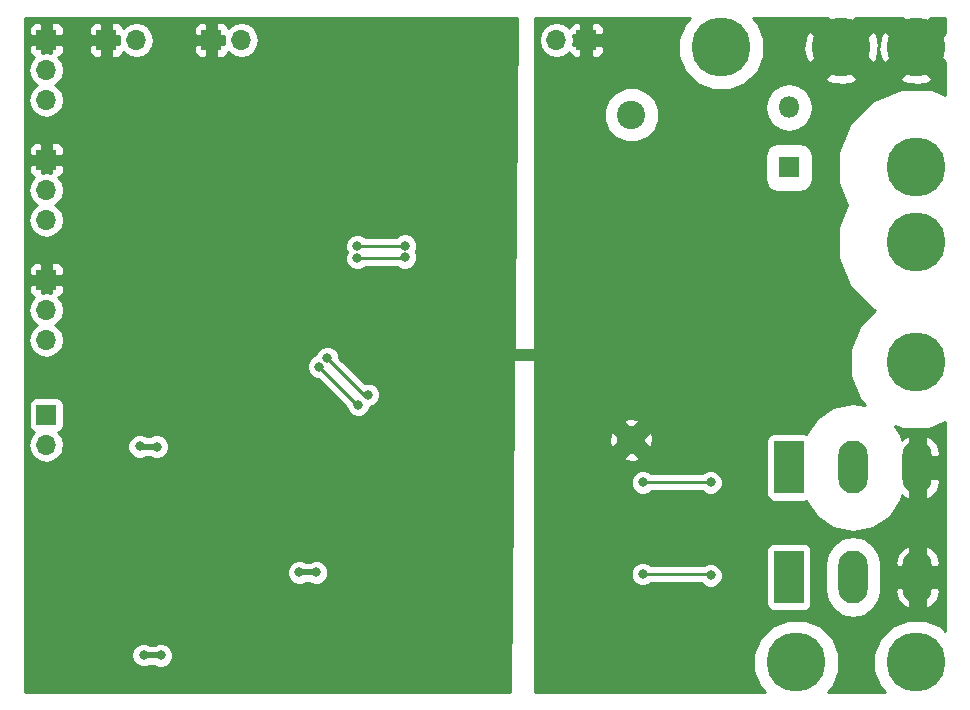
<source format=gbr>
G04 #@! TF.GenerationSoftware,KiCad,Pcbnew,(2017-12-14 revision b47a06e)-master*
G04 #@! TF.CreationDate,2017-12-29T23:23:29-08:00*
G04 #@! TF.ProjectId,Elephant-3,456C657068616E742D332E6B69636164,1*
G04 #@! TF.SameCoordinates,Original*
G04 #@! TF.FileFunction,Copper,L2,Bot,Signal*
G04 #@! TF.FilePolarity,Positive*
%FSLAX46Y46*%
G04 Gerber Fmt 4.6, Leading zero omitted, Abs format (unit mm)*
G04 Created by KiCad (PCBNEW (2017-12-14 revision b47a06e)-master) date Friday, December 29, 2017 'PMt' 11:23:29 PM*
%MOMM*%
%LPD*%
G01*
G04 APERTURE LIST*
%ADD10C,2.400000*%
%ADD11R,1.800000X1.800000*%
%ADD12O,1.800000X1.800000*%
%ADD13R,1.700000X1.700000*%
%ADD14O,1.700000X1.700000*%
%ADD15C,5.000000*%
%ADD16R,2.500000X4.500000*%
%ADD17O,2.500000X4.500000*%
%ADD18C,0.800000*%
%ADD19C,0.500000*%
%ADD20C,1.000000*%
%ADD21C,0.250000*%
%ADD22C,0.254000*%
G04 APERTURE END LIST*
D10*
X170815000Y-104970000D03*
X170815000Y-77470000D03*
D11*
X184150000Y-81915000D03*
D12*
X184150000Y-76835000D03*
D13*
X126365000Y-71120000D03*
D14*
X128905000Y-71120000D03*
D13*
X121285000Y-91440000D03*
D14*
X121285000Y-93980000D03*
X121285000Y-96520000D03*
D13*
X121285000Y-81280000D03*
D14*
X121285000Y-83820000D03*
X121285000Y-86360000D03*
D13*
X121285000Y-71120000D03*
D14*
X121285000Y-73660000D03*
X121285000Y-76200000D03*
D13*
X121285000Y-102870000D03*
D14*
X121285000Y-105410000D03*
D13*
X135255000Y-71120000D03*
D14*
X137795000Y-71120000D03*
D15*
X178435000Y-71755000D03*
X188595000Y-71755000D03*
X194945000Y-81915000D03*
X194945000Y-71755000D03*
X184785000Y-123825000D03*
X194945000Y-123825000D03*
D13*
X167005000Y-71120000D03*
D14*
X164465000Y-71120000D03*
D15*
X194945000Y-88265000D03*
X194945000Y-98425000D03*
D16*
X184150000Y-116586000D03*
D17*
X189600000Y-116586000D03*
X195050000Y-116586000D03*
D16*
X184150000Y-107315000D03*
D17*
X189600000Y-107315000D03*
X195050000Y-107315000D03*
D18*
X179832000Y-112649000D03*
X181737000Y-112014000D03*
X178689000Y-118872000D03*
X181610000Y-120015000D03*
X167513000Y-124206000D03*
X166370000Y-121793000D03*
X144526000Y-120904000D03*
X145923000Y-117348000D03*
X148971000Y-120777000D03*
X151765000Y-121793000D03*
X159258000Y-121793000D03*
X152146000Y-119253000D03*
X159258000Y-119126000D03*
X142875000Y-112014000D03*
X144999326Y-111982766D03*
X157480000Y-80518000D03*
X137033000Y-76454000D03*
X143383000Y-76454000D03*
X141097000Y-76454000D03*
X139319000Y-76454000D03*
X140970000Y-73406000D03*
X140843000Y-71686000D03*
X156083000Y-95885000D03*
X149860000Y-95758000D03*
X137414000Y-91440000D03*
X138430000Y-88519000D03*
X133731000Y-89916000D03*
X136779000Y-90043000D03*
X133731000Y-92964000D03*
X135255000Y-94107000D03*
X133731000Y-94996000D03*
X126619000Y-99314000D03*
X126746000Y-90297000D03*
X127762000Y-78740000D03*
X129286000Y-82042000D03*
X129032000Y-76811002D03*
X127381000Y-87884000D03*
X127127000Y-96647000D03*
X130556000Y-101092000D03*
X128143000Y-101092000D03*
X132842000Y-107442000D03*
X153924000Y-105918000D03*
X143256000Y-106299000D03*
X132207000Y-81534000D03*
X158369000Y-81661000D03*
X156849653Y-111120347D03*
X158115000Y-111125000D03*
X160401000Y-111125000D03*
X134366000Y-122428000D03*
X137414000Y-115443000D03*
X122301000Y-124968000D03*
X120650000Y-113030000D03*
X121285000Y-110617000D03*
X132080000Y-110744000D03*
X131318000Y-110109000D03*
X155448000Y-107569000D03*
X159131000Y-107569000D03*
X158877000Y-109855000D03*
X151003000Y-109982000D03*
X133858000Y-107696000D03*
X150749000Y-83947000D03*
X145161000Y-91567000D03*
X143764000Y-90170000D03*
X143764000Y-91567000D03*
X147320000Y-91059000D03*
X142367000Y-91567000D03*
X142240000Y-90170000D03*
X131762500Y-98742500D03*
X131762500Y-92964000D03*
X141922500Y-108902500D03*
X157797500Y-98679000D03*
X157797500Y-93027500D03*
X157797500Y-86995000D03*
X135890000Y-82867500D03*
X141922500Y-82867500D03*
X142694989Y-116204565D03*
X144145000Y-116205000D03*
X159004000Y-71374000D03*
X157226000Y-71374000D03*
X155448000Y-71374000D03*
X153670000Y-71374000D03*
X153670000Y-69850000D03*
X155448000Y-69850000D03*
X157226000Y-69850000D03*
X159004000Y-69850000D03*
X160528000Y-69850000D03*
X160528000Y-71374000D03*
X160528000Y-72898000D03*
X160528000Y-74422000D03*
X160528000Y-75946000D03*
X160528000Y-77470000D03*
X160528000Y-78994000D03*
X158750000Y-78994000D03*
X156972000Y-78994000D03*
X155194000Y-78994000D03*
X153416000Y-78994000D03*
X151666021Y-88534987D03*
X147629988Y-88590056D03*
X129196000Y-105537000D03*
X129540006Y-123190000D03*
X130990011Y-123232196D03*
X130646000Y-105550460D03*
X177533000Y-116459000D03*
X171797000Y-116332000D03*
X177533000Y-108585000D03*
X171797000Y-108585000D03*
X148531859Y-101160858D03*
X145076956Y-98069740D03*
X151640092Y-89535522D03*
X147629988Y-89590069D03*
X147706359Y-101986358D03*
X144369848Y-98776848D03*
D19*
X133858000Y-107696000D02*
X134423685Y-107696000D01*
X134423685Y-107696000D02*
X134550685Y-107569000D01*
X144234565Y-116204565D02*
X143260674Y-116204565D01*
X143260674Y-116204565D02*
X142694989Y-116204565D01*
X144235000Y-116205000D02*
X144234565Y-116204565D01*
D20*
X159385000Y-97790000D02*
X159385000Y-80137000D01*
X159385000Y-80137000D02*
X160528000Y-78994000D01*
X163635000Y-97790000D02*
X159385000Y-97790000D01*
X170815000Y-104970000D02*
X163635000Y-97790000D01*
D21*
X151610952Y-88590056D02*
X151666021Y-88534987D01*
X147629988Y-88590056D02*
X151610952Y-88590056D01*
D19*
X130646000Y-105550460D02*
X129209460Y-105550460D01*
X129209460Y-105550460D02*
X129196000Y-105537000D01*
X129582202Y-123232196D02*
X129540006Y-123190000D01*
X130990011Y-123232196D02*
X129582202Y-123232196D01*
X130809984Y-123190000D02*
X129540006Y-123190000D01*
D21*
X171797000Y-116332000D02*
X177406000Y-116332000D01*
X177406000Y-116332000D02*
X177533000Y-116459000D01*
X171797000Y-108585000D02*
X177533000Y-108585000D01*
X145076956Y-98069740D02*
X148168074Y-101160858D01*
X148168074Y-101160858D02*
X148531859Y-101160858D01*
X151585545Y-89590069D02*
X151640092Y-89535522D01*
X147629988Y-89590069D02*
X151585545Y-89590069D01*
X144369848Y-98776848D02*
X147579358Y-101986358D01*
X147579358Y-101986358D02*
X147706359Y-101986358D01*
D22*
G36*
X175361972Y-69697787D02*
X174808631Y-71030380D01*
X174807372Y-72473290D01*
X175358386Y-73806846D01*
X176377787Y-74828028D01*
X177710380Y-75381369D01*
X179153290Y-75382628D01*
X180486846Y-74831614D01*
X180889518Y-74429644D01*
X187154964Y-74429644D01*
X187493895Y-74755777D01*
X188726060Y-74948731D01*
X189696105Y-74755777D01*
X190035036Y-74429644D01*
X193504964Y-74429644D01*
X193843895Y-74755777D01*
X195076060Y-74948731D01*
X196046105Y-74755777D01*
X196385036Y-74429644D01*
X194945000Y-72989608D01*
X193504964Y-74429644D01*
X190035036Y-74429644D01*
X188595000Y-72989608D01*
X187154964Y-74429644D01*
X180889518Y-74429644D01*
X181508028Y-73812213D01*
X182061369Y-72479620D01*
X182061886Y-71886060D01*
X185401269Y-71886060D01*
X185594223Y-72856105D01*
X185920356Y-73195036D01*
X187360392Y-71755000D01*
X189829608Y-71755000D01*
X191269644Y-73195036D01*
X191595777Y-72856105D01*
X191747683Y-71886060D01*
X191751269Y-71886060D01*
X191944223Y-72856105D01*
X192270356Y-73195036D01*
X193710392Y-71755000D01*
X192270356Y-70314964D01*
X191944223Y-70653895D01*
X191751269Y-71886060D01*
X191747683Y-71886060D01*
X191788731Y-71623940D01*
X191595777Y-70653895D01*
X191269644Y-70314964D01*
X189829608Y-71755000D01*
X187360392Y-71755000D01*
X185920356Y-70314964D01*
X185594223Y-70653895D01*
X185401269Y-71886060D01*
X182061886Y-71886060D01*
X182062628Y-71036710D01*
X181511614Y-69703154D01*
X181099181Y-69290000D01*
X187364608Y-69290000D01*
X188595000Y-70520392D01*
X189825392Y-69290000D01*
X193714608Y-69290000D01*
X194945000Y-70520392D01*
X196175392Y-69290000D01*
X197410000Y-69290000D01*
X197410000Y-70524608D01*
X196179608Y-71755000D01*
X197410000Y-72985392D01*
X197410000Y-75762947D01*
X196268975Y-75289152D01*
X193632591Y-75286852D01*
X191196010Y-76293627D01*
X189330178Y-78156205D01*
X188319152Y-80591025D01*
X188316852Y-83227409D01*
X189087110Y-85091576D01*
X188319152Y-86941025D01*
X188316852Y-89577409D01*
X189323627Y-92013990D01*
X191186205Y-93879822D01*
X191431395Y-93981634D01*
X190177443Y-95233399D01*
X189318979Y-97300810D01*
X189317026Y-99539369D01*
X190171880Y-101608275D01*
X190593059Y-102030190D01*
X189600000Y-101832658D01*
X187924995Y-102165837D01*
X186504994Y-103114652D01*
X185606917Y-104458718D01*
X185400000Y-104417560D01*
X182900000Y-104417560D01*
X182652235Y-104466843D01*
X182442191Y-104607191D01*
X182301843Y-104817235D01*
X182252560Y-105065000D01*
X182252560Y-109565000D01*
X182301843Y-109812765D01*
X182442191Y-110022809D01*
X182652235Y-110163157D01*
X182900000Y-110212440D01*
X185400000Y-110212440D01*
X185606917Y-110171282D01*
X186504994Y-111515348D01*
X187924995Y-112464163D01*
X189600000Y-112797342D01*
X191275005Y-112464163D01*
X192695006Y-111515348D01*
X193643821Y-110095347D01*
X193727941Y-109672447D01*
X193822131Y-109788952D01*
X194154496Y-109973704D01*
X194425000Y-109924135D01*
X194425000Y-108188000D01*
X195675000Y-108188000D01*
X195675000Y-109924135D01*
X195945504Y-109973704D01*
X196277869Y-109788952D01*
X196748460Y-109206869D01*
X196960476Y-108489007D01*
X196805425Y-108188000D01*
X195675000Y-108188000D01*
X194425000Y-108188000D01*
X193977000Y-108188000D01*
X193977000Y-106442000D01*
X194425000Y-106442000D01*
X194425000Y-104705865D01*
X195675000Y-104705865D01*
X195675000Y-106442000D01*
X196805425Y-106442000D01*
X196960476Y-106140993D01*
X196748460Y-105423131D01*
X196277869Y-104841048D01*
X195945504Y-104656296D01*
X195675000Y-104705865D01*
X194425000Y-104705865D01*
X194154496Y-104656296D01*
X193822131Y-104841048D01*
X193727941Y-104957553D01*
X193643821Y-104534653D01*
X193128618Y-103763598D01*
X193820810Y-104051021D01*
X196059369Y-104052974D01*
X197410000Y-103494905D01*
X197410000Y-121160471D01*
X197002213Y-120751972D01*
X195669620Y-120198631D01*
X194226710Y-120197372D01*
X192893154Y-120748386D01*
X191871972Y-121767787D01*
X191318631Y-123100380D01*
X191317372Y-124543290D01*
X191868386Y-125876846D01*
X192280819Y-126290000D01*
X187449529Y-126290000D01*
X187858028Y-125882213D01*
X188411369Y-124549620D01*
X188412628Y-123106710D01*
X187861614Y-121773154D01*
X186842213Y-120751972D01*
X185509620Y-120198631D01*
X184066710Y-120197372D01*
X182733154Y-120748386D01*
X181711972Y-121767787D01*
X181158631Y-123100380D01*
X181157372Y-124543290D01*
X181708386Y-125876846D01*
X182120819Y-126290000D01*
X162687000Y-126290000D01*
X162687000Y-116536971D01*
X170761821Y-116536971D01*
X170919058Y-116917515D01*
X171209954Y-117208919D01*
X171590223Y-117366820D01*
X172001971Y-117367179D01*
X172382515Y-117209942D01*
X172500663Y-117092000D01*
X176702460Y-117092000D01*
X176945954Y-117335919D01*
X177326223Y-117493820D01*
X177737971Y-117494179D01*
X178118515Y-117336942D01*
X178409919Y-117046046D01*
X178567820Y-116665777D01*
X178568179Y-116254029D01*
X178410942Y-115873485D01*
X178120046Y-115582081D01*
X177739777Y-115424180D01*
X177328029Y-115423821D01*
X176969407Y-115572000D01*
X172500761Y-115572000D01*
X172384046Y-115455081D01*
X172003777Y-115297180D01*
X171592029Y-115296821D01*
X171211485Y-115454058D01*
X170920081Y-115744954D01*
X170762180Y-116125223D01*
X170761821Y-116536971D01*
X162687000Y-116536971D01*
X162687000Y-114336000D01*
X182252560Y-114336000D01*
X182252560Y-118836000D01*
X182301843Y-119083765D01*
X182442191Y-119293809D01*
X182652235Y-119434157D01*
X182900000Y-119483440D01*
X185400000Y-119483440D01*
X185647765Y-119434157D01*
X185857809Y-119293809D01*
X185998157Y-119083765D01*
X186047440Y-118836000D01*
X186047440Y-115519841D01*
X187223000Y-115519841D01*
X187223000Y-117652159D01*
X187403938Y-118561798D01*
X187919207Y-119332952D01*
X188690361Y-119848221D01*
X189600000Y-120029159D01*
X190509639Y-119848221D01*
X191280793Y-119332952D01*
X191796062Y-118561798D01*
X191955547Y-117760007D01*
X193139524Y-117760007D01*
X193351540Y-118477869D01*
X193822131Y-119059952D01*
X194154496Y-119244704D01*
X194425000Y-119195135D01*
X194425000Y-117459000D01*
X195675000Y-117459000D01*
X195675000Y-119195135D01*
X195945504Y-119244704D01*
X196277869Y-119059952D01*
X196748460Y-118477869D01*
X196960476Y-117760007D01*
X196805425Y-117459000D01*
X195675000Y-117459000D01*
X194425000Y-117459000D01*
X193294575Y-117459000D01*
X193139524Y-117760007D01*
X191955547Y-117760007D01*
X191977000Y-117652159D01*
X191977000Y-115519841D01*
X191955548Y-115411993D01*
X193139524Y-115411993D01*
X193294575Y-115713000D01*
X194425000Y-115713000D01*
X194425000Y-113976865D01*
X195675000Y-113976865D01*
X195675000Y-115713000D01*
X196805425Y-115713000D01*
X196960476Y-115411993D01*
X196748460Y-114694131D01*
X196277869Y-114112048D01*
X195945504Y-113927296D01*
X195675000Y-113976865D01*
X194425000Y-113976865D01*
X194154496Y-113927296D01*
X193822131Y-114112048D01*
X193351540Y-114694131D01*
X193139524Y-115411993D01*
X191955548Y-115411993D01*
X191796062Y-114610202D01*
X191280793Y-113839048D01*
X190509639Y-113323779D01*
X189600000Y-113142841D01*
X188690361Y-113323779D01*
X187919207Y-113839048D01*
X187403938Y-114610202D01*
X187223000Y-115519841D01*
X186047440Y-115519841D01*
X186047440Y-114336000D01*
X185998157Y-114088235D01*
X185857809Y-113878191D01*
X185647765Y-113737843D01*
X185400000Y-113688560D01*
X182900000Y-113688560D01*
X182652235Y-113737843D01*
X182442191Y-113878191D01*
X182301843Y-114088235D01*
X182252560Y-114336000D01*
X162687000Y-114336000D01*
X162687000Y-108789971D01*
X170761821Y-108789971D01*
X170919058Y-109170515D01*
X171209954Y-109461919D01*
X171590223Y-109619820D01*
X172001971Y-109620179D01*
X172382515Y-109462942D01*
X172500663Y-109345000D01*
X176829239Y-109345000D01*
X176945954Y-109461919D01*
X177326223Y-109619820D01*
X177737971Y-109620179D01*
X178118515Y-109462942D01*
X178409919Y-109172046D01*
X178567820Y-108791777D01*
X178568179Y-108380029D01*
X178410942Y-107999485D01*
X178120046Y-107708081D01*
X177739777Y-107550180D01*
X177328029Y-107549821D01*
X176947485Y-107707058D01*
X176829337Y-107825000D01*
X172500761Y-107825000D01*
X172384046Y-107708081D01*
X172003777Y-107550180D01*
X171592029Y-107549821D01*
X171211485Y-107707058D01*
X170920081Y-107997954D01*
X170762180Y-108378223D01*
X170761821Y-108789971D01*
X162687000Y-108789971D01*
X162687000Y-106528202D01*
X170105326Y-106528202D01*
X170258777Y-106756357D01*
X170984726Y-106833236D01*
X171371223Y-106756357D01*
X171524674Y-106528202D01*
X170815000Y-105818528D01*
X170105326Y-106528202D01*
X162687000Y-106528202D01*
X162687000Y-105139726D01*
X168951764Y-105139726D01*
X169028643Y-105526223D01*
X169256798Y-105679674D01*
X169966472Y-104970000D01*
X171663528Y-104970000D01*
X172373202Y-105679674D01*
X172601357Y-105526223D01*
X172678236Y-104800274D01*
X172601357Y-104413777D01*
X172373202Y-104260326D01*
X171663528Y-104970000D01*
X169966472Y-104970000D01*
X169256798Y-104260326D01*
X169028643Y-104413777D01*
X168951764Y-105139726D01*
X162687000Y-105139726D01*
X162687000Y-103411798D01*
X170105326Y-103411798D01*
X170815000Y-104121472D01*
X171524674Y-103411798D01*
X171371223Y-103183643D01*
X170645274Y-103106764D01*
X170258777Y-103183643D01*
X170105326Y-103411798D01*
X162687000Y-103411798D01*
X162687000Y-81015000D01*
X182100921Y-81015000D01*
X182100921Y-82815000D01*
X182188389Y-83254733D01*
X182437478Y-83627522D01*
X182810267Y-83876611D01*
X183250000Y-83964079D01*
X185050000Y-83964079D01*
X185489733Y-83876611D01*
X185862522Y-83627522D01*
X186111611Y-83254733D01*
X186199079Y-82815000D01*
X186199079Y-81015000D01*
X186111611Y-80575267D01*
X185862522Y-80202478D01*
X185489733Y-79953389D01*
X185050000Y-79865921D01*
X183250000Y-79865921D01*
X182810267Y-79953389D01*
X182437478Y-80202478D01*
X182188389Y-80575267D01*
X182100921Y-81015000D01*
X162687000Y-81015000D01*
X162687000Y-77930838D01*
X168487597Y-77930838D01*
X168841115Y-78786418D01*
X169495139Y-79441585D01*
X170350100Y-79796596D01*
X171275838Y-79797403D01*
X172131418Y-79443885D01*
X172786585Y-78789861D01*
X173141596Y-77934900D01*
X173142403Y-77009162D01*
X173054033Y-76795289D01*
X182123000Y-76795289D01*
X182123000Y-76874711D01*
X182277296Y-77650410D01*
X182716695Y-78308016D01*
X183374301Y-78747415D01*
X184150000Y-78901711D01*
X184925699Y-78747415D01*
X185583305Y-78308016D01*
X186022704Y-77650410D01*
X186177000Y-76874711D01*
X186177000Y-76795289D01*
X186022704Y-76019590D01*
X185583305Y-75361984D01*
X184925699Y-74922585D01*
X184150000Y-74768289D01*
X183374301Y-74922585D01*
X182716695Y-75361984D01*
X182277296Y-76019590D01*
X182123000Y-76795289D01*
X173054033Y-76795289D01*
X172788885Y-76153582D01*
X172134861Y-75498415D01*
X171279900Y-75143404D01*
X170354162Y-75142597D01*
X169498582Y-75496115D01*
X168843415Y-76150139D01*
X168488404Y-77005100D01*
X168487597Y-77930838D01*
X162687000Y-77930838D01*
X162687000Y-71090907D01*
X162980000Y-71090907D01*
X162980000Y-71149093D01*
X163093039Y-71717378D01*
X163414946Y-72199147D01*
X163896715Y-72521054D01*
X164465000Y-72634093D01*
X165033285Y-72521054D01*
X165515054Y-72199147D01*
X165544403Y-72155223D01*
X165616673Y-72329698D01*
X165795301Y-72508327D01*
X166028690Y-72605000D01*
X166421250Y-72605000D01*
X166580000Y-72446250D01*
X166580000Y-71545000D01*
X167430000Y-71545000D01*
X167430000Y-72446250D01*
X167588750Y-72605000D01*
X167981310Y-72605000D01*
X168214699Y-72508327D01*
X168393327Y-72329698D01*
X168490000Y-72096309D01*
X168490000Y-71703750D01*
X168331250Y-71545000D01*
X167430000Y-71545000D01*
X166580000Y-71545000D01*
X165871249Y-71545000D01*
X165950000Y-71149093D01*
X165950000Y-71090907D01*
X165871249Y-70695000D01*
X166580000Y-70695000D01*
X166580000Y-69793750D01*
X167430000Y-69793750D01*
X167430000Y-70695000D01*
X168331250Y-70695000D01*
X168490000Y-70536250D01*
X168490000Y-70143691D01*
X168393327Y-69910302D01*
X168214699Y-69731673D01*
X167981310Y-69635000D01*
X167588750Y-69635000D01*
X167430000Y-69793750D01*
X166580000Y-69793750D01*
X166421250Y-69635000D01*
X166028690Y-69635000D01*
X165795301Y-69731673D01*
X165616673Y-69910302D01*
X165544403Y-70084777D01*
X165515054Y-70040853D01*
X165033285Y-69718946D01*
X164465000Y-69605907D01*
X163896715Y-69718946D01*
X163414946Y-70040853D01*
X163093039Y-70522622D01*
X162980000Y-71090907D01*
X162687000Y-71090907D01*
X162687000Y-69290000D01*
X175770471Y-69290000D01*
X175361972Y-69697787D01*
X175361972Y-69697787D01*
G37*
X175361972Y-69697787D02*
X174808631Y-71030380D01*
X174807372Y-72473290D01*
X175358386Y-73806846D01*
X176377787Y-74828028D01*
X177710380Y-75381369D01*
X179153290Y-75382628D01*
X180486846Y-74831614D01*
X180889518Y-74429644D01*
X187154964Y-74429644D01*
X187493895Y-74755777D01*
X188726060Y-74948731D01*
X189696105Y-74755777D01*
X190035036Y-74429644D01*
X193504964Y-74429644D01*
X193843895Y-74755777D01*
X195076060Y-74948731D01*
X196046105Y-74755777D01*
X196385036Y-74429644D01*
X194945000Y-72989608D01*
X193504964Y-74429644D01*
X190035036Y-74429644D01*
X188595000Y-72989608D01*
X187154964Y-74429644D01*
X180889518Y-74429644D01*
X181508028Y-73812213D01*
X182061369Y-72479620D01*
X182061886Y-71886060D01*
X185401269Y-71886060D01*
X185594223Y-72856105D01*
X185920356Y-73195036D01*
X187360392Y-71755000D01*
X189829608Y-71755000D01*
X191269644Y-73195036D01*
X191595777Y-72856105D01*
X191747683Y-71886060D01*
X191751269Y-71886060D01*
X191944223Y-72856105D01*
X192270356Y-73195036D01*
X193710392Y-71755000D01*
X192270356Y-70314964D01*
X191944223Y-70653895D01*
X191751269Y-71886060D01*
X191747683Y-71886060D01*
X191788731Y-71623940D01*
X191595777Y-70653895D01*
X191269644Y-70314964D01*
X189829608Y-71755000D01*
X187360392Y-71755000D01*
X185920356Y-70314964D01*
X185594223Y-70653895D01*
X185401269Y-71886060D01*
X182061886Y-71886060D01*
X182062628Y-71036710D01*
X181511614Y-69703154D01*
X181099181Y-69290000D01*
X187364608Y-69290000D01*
X188595000Y-70520392D01*
X189825392Y-69290000D01*
X193714608Y-69290000D01*
X194945000Y-70520392D01*
X196175392Y-69290000D01*
X197410000Y-69290000D01*
X197410000Y-70524608D01*
X196179608Y-71755000D01*
X197410000Y-72985392D01*
X197410000Y-75762947D01*
X196268975Y-75289152D01*
X193632591Y-75286852D01*
X191196010Y-76293627D01*
X189330178Y-78156205D01*
X188319152Y-80591025D01*
X188316852Y-83227409D01*
X189087110Y-85091576D01*
X188319152Y-86941025D01*
X188316852Y-89577409D01*
X189323627Y-92013990D01*
X191186205Y-93879822D01*
X191431395Y-93981634D01*
X190177443Y-95233399D01*
X189318979Y-97300810D01*
X189317026Y-99539369D01*
X190171880Y-101608275D01*
X190593059Y-102030190D01*
X189600000Y-101832658D01*
X187924995Y-102165837D01*
X186504994Y-103114652D01*
X185606917Y-104458718D01*
X185400000Y-104417560D01*
X182900000Y-104417560D01*
X182652235Y-104466843D01*
X182442191Y-104607191D01*
X182301843Y-104817235D01*
X182252560Y-105065000D01*
X182252560Y-109565000D01*
X182301843Y-109812765D01*
X182442191Y-110022809D01*
X182652235Y-110163157D01*
X182900000Y-110212440D01*
X185400000Y-110212440D01*
X185606917Y-110171282D01*
X186504994Y-111515348D01*
X187924995Y-112464163D01*
X189600000Y-112797342D01*
X191275005Y-112464163D01*
X192695006Y-111515348D01*
X193643821Y-110095347D01*
X193727941Y-109672447D01*
X193822131Y-109788952D01*
X194154496Y-109973704D01*
X194425000Y-109924135D01*
X194425000Y-108188000D01*
X195675000Y-108188000D01*
X195675000Y-109924135D01*
X195945504Y-109973704D01*
X196277869Y-109788952D01*
X196748460Y-109206869D01*
X196960476Y-108489007D01*
X196805425Y-108188000D01*
X195675000Y-108188000D01*
X194425000Y-108188000D01*
X193977000Y-108188000D01*
X193977000Y-106442000D01*
X194425000Y-106442000D01*
X194425000Y-104705865D01*
X195675000Y-104705865D01*
X195675000Y-106442000D01*
X196805425Y-106442000D01*
X196960476Y-106140993D01*
X196748460Y-105423131D01*
X196277869Y-104841048D01*
X195945504Y-104656296D01*
X195675000Y-104705865D01*
X194425000Y-104705865D01*
X194154496Y-104656296D01*
X193822131Y-104841048D01*
X193727941Y-104957553D01*
X193643821Y-104534653D01*
X193128618Y-103763598D01*
X193820810Y-104051021D01*
X196059369Y-104052974D01*
X197410000Y-103494905D01*
X197410000Y-121160471D01*
X197002213Y-120751972D01*
X195669620Y-120198631D01*
X194226710Y-120197372D01*
X192893154Y-120748386D01*
X191871972Y-121767787D01*
X191318631Y-123100380D01*
X191317372Y-124543290D01*
X191868386Y-125876846D01*
X192280819Y-126290000D01*
X187449529Y-126290000D01*
X187858028Y-125882213D01*
X188411369Y-124549620D01*
X188412628Y-123106710D01*
X187861614Y-121773154D01*
X186842213Y-120751972D01*
X185509620Y-120198631D01*
X184066710Y-120197372D01*
X182733154Y-120748386D01*
X181711972Y-121767787D01*
X181158631Y-123100380D01*
X181157372Y-124543290D01*
X181708386Y-125876846D01*
X182120819Y-126290000D01*
X162687000Y-126290000D01*
X162687000Y-116536971D01*
X170761821Y-116536971D01*
X170919058Y-116917515D01*
X171209954Y-117208919D01*
X171590223Y-117366820D01*
X172001971Y-117367179D01*
X172382515Y-117209942D01*
X172500663Y-117092000D01*
X176702460Y-117092000D01*
X176945954Y-117335919D01*
X177326223Y-117493820D01*
X177737971Y-117494179D01*
X178118515Y-117336942D01*
X178409919Y-117046046D01*
X178567820Y-116665777D01*
X178568179Y-116254029D01*
X178410942Y-115873485D01*
X178120046Y-115582081D01*
X177739777Y-115424180D01*
X177328029Y-115423821D01*
X176969407Y-115572000D01*
X172500761Y-115572000D01*
X172384046Y-115455081D01*
X172003777Y-115297180D01*
X171592029Y-115296821D01*
X171211485Y-115454058D01*
X170920081Y-115744954D01*
X170762180Y-116125223D01*
X170761821Y-116536971D01*
X162687000Y-116536971D01*
X162687000Y-114336000D01*
X182252560Y-114336000D01*
X182252560Y-118836000D01*
X182301843Y-119083765D01*
X182442191Y-119293809D01*
X182652235Y-119434157D01*
X182900000Y-119483440D01*
X185400000Y-119483440D01*
X185647765Y-119434157D01*
X185857809Y-119293809D01*
X185998157Y-119083765D01*
X186047440Y-118836000D01*
X186047440Y-115519841D01*
X187223000Y-115519841D01*
X187223000Y-117652159D01*
X187403938Y-118561798D01*
X187919207Y-119332952D01*
X188690361Y-119848221D01*
X189600000Y-120029159D01*
X190509639Y-119848221D01*
X191280793Y-119332952D01*
X191796062Y-118561798D01*
X191955547Y-117760007D01*
X193139524Y-117760007D01*
X193351540Y-118477869D01*
X193822131Y-119059952D01*
X194154496Y-119244704D01*
X194425000Y-119195135D01*
X194425000Y-117459000D01*
X195675000Y-117459000D01*
X195675000Y-119195135D01*
X195945504Y-119244704D01*
X196277869Y-119059952D01*
X196748460Y-118477869D01*
X196960476Y-117760007D01*
X196805425Y-117459000D01*
X195675000Y-117459000D01*
X194425000Y-117459000D01*
X193294575Y-117459000D01*
X193139524Y-117760007D01*
X191955547Y-117760007D01*
X191977000Y-117652159D01*
X191977000Y-115519841D01*
X191955548Y-115411993D01*
X193139524Y-115411993D01*
X193294575Y-115713000D01*
X194425000Y-115713000D01*
X194425000Y-113976865D01*
X195675000Y-113976865D01*
X195675000Y-115713000D01*
X196805425Y-115713000D01*
X196960476Y-115411993D01*
X196748460Y-114694131D01*
X196277869Y-114112048D01*
X195945504Y-113927296D01*
X195675000Y-113976865D01*
X194425000Y-113976865D01*
X194154496Y-113927296D01*
X193822131Y-114112048D01*
X193351540Y-114694131D01*
X193139524Y-115411993D01*
X191955548Y-115411993D01*
X191796062Y-114610202D01*
X191280793Y-113839048D01*
X190509639Y-113323779D01*
X189600000Y-113142841D01*
X188690361Y-113323779D01*
X187919207Y-113839048D01*
X187403938Y-114610202D01*
X187223000Y-115519841D01*
X186047440Y-115519841D01*
X186047440Y-114336000D01*
X185998157Y-114088235D01*
X185857809Y-113878191D01*
X185647765Y-113737843D01*
X185400000Y-113688560D01*
X182900000Y-113688560D01*
X182652235Y-113737843D01*
X182442191Y-113878191D01*
X182301843Y-114088235D01*
X182252560Y-114336000D01*
X162687000Y-114336000D01*
X162687000Y-108789971D01*
X170761821Y-108789971D01*
X170919058Y-109170515D01*
X171209954Y-109461919D01*
X171590223Y-109619820D01*
X172001971Y-109620179D01*
X172382515Y-109462942D01*
X172500663Y-109345000D01*
X176829239Y-109345000D01*
X176945954Y-109461919D01*
X177326223Y-109619820D01*
X177737971Y-109620179D01*
X178118515Y-109462942D01*
X178409919Y-109172046D01*
X178567820Y-108791777D01*
X178568179Y-108380029D01*
X178410942Y-107999485D01*
X178120046Y-107708081D01*
X177739777Y-107550180D01*
X177328029Y-107549821D01*
X176947485Y-107707058D01*
X176829337Y-107825000D01*
X172500761Y-107825000D01*
X172384046Y-107708081D01*
X172003777Y-107550180D01*
X171592029Y-107549821D01*
X171211485Y-107707058D01*
X170920081Y-107997954D01*
X170762180Y-108378223D01*
X170761821Y-108789971D01*
X162687000Y-108789971D01*
X162687000Y-106528202D01*
X170105326Y-106528202D01*
X170258777Y-106756357D01*
X170984726Y-106833236D01*
X171371223Y-106756357D01*
X171524674Y-106528202D01*
X170815000Y-105818528D01*
X170105326Y-106528202D01*
X162687000Y-106528202D01*
X162687000Y-105139726D01*
X168951764Y-105139726D01*
X169028643Y-105526223D01*
X169256798Y-105679674D01*
X169966472Y-104970000D01*
X171663528Y-104970000D01*
X172373202Y-105679674D01*
X172601357Y-105526223D01*
X172678236Y-104800274D01*
X172601357Y-104413777D01*
X172373202Y-104260326D01*
X171663528Y-104970000D01*
X169966472Y-104970000D01*
X169256798Y-104260326D01*
X169028643Y-104413777D01*
X168951764Y-105139726D01*
X162687000Y-105139726D01*
X162687000Y-103411798D01*
X170105326Y-103411798D01*
X170815000Y-104121472D01*
X171524674Y-103411798D01*
X171371223Y-103183643D01*
X170645274Y-103106764D01*
X170258777Y-103183643D01*
X170105326Y-103411798D01*
X162687000Y-103411798D01*
X162687000Y-81015000D01*
X182100921Y-81015000D01*
X182100921Y-82815000D01*
X182188389Y-83254733D01*
X182437478Y-83627522D01*
X182810267Y-83876611D01*
X183250000Y-83964079D01*
X185050000Y-83964079D01*
X185489733Y-83876611D01*
X185862522Y-83627522D01*
X186111611Y-83254733D01*
X186199079Y-82815000D01*
X186199079Y-81015000D01*
X186111611Y-80575267D01*
X185862522Y-80202478D01*
X185489733Y-79953389D01*
X185050000Y-79865921D01*
X183250000Y-79865921D01*
X182810267Y-79953389D01*
X182437478Y-80202478D01*
X182188389Y-80575267D01*
X182100921Y-81015000D01*
X162687000Y-81015000D01*
X162687000Y-77930838D01*
X168487597Y-77930838D01*
X168841115Y-78786418D01*
X169495139Y-79441585D01*
X170350100Y-79796596D01*
X171275838Y-79797403D01*
X172131418Y-79443885D01*
X172786585Y-78789861D01*
X173141596Y-77934900D01*
X173142403Y-77009162D01*
X173054033Y-76795289D01*
X182123000Y-76795289D01*
X182123000Y-76874711D01*
X182277296Y-77650410D01*
X182716695Y-78308016D01*
X183374301Y-78747415D01*
X184150000Y-78901711D01*
X184925699Y-78747415D01*
X185583305Y-78308016D01*
X186022704Y-77650410D01*
X186177000Y-76874711D01*
X186177000Y-76795289D01*
X186022704Y-76019590D01*
X185583305Y-75361984D01*
X184925699Y-74922585D01*
X184150000Y-74768289D01*
X183374301Y-74922585D01*
X182716695Y-75361984D01*
X182277296Y-76019590D01*
X182123000Y-76795289D01*
X173054033Y-76795289D01*
X172788885Y-76153582D01*
X172134861Y-75498415D01*
X171279900Y-75143404D01*
X170354162Y-75142597D01*
X169498582Y-75496115D01*
X168843415Y-76150139D01*
X168488404Y-77005100D01*
X168487597Y-77930838D01*
X162687000Y-77930838D01*
X162687000Y-71090907D01*
X162980000Y-71090907D01*
X162980000Y-71149093D01*
X163093039Y-71717378D01*
X163414946Y-72199147D01*
X163896715Y-72521054D01*
X164465000Y-72634093D01*
X165033285Y-72521054D01*
X165515054Y-72199147D01*
X165544403Y-72155223D01*
X165616673Y-72329698D01*
X165795301Y-72508327D01*
X166028690Y-72605000D01*
X166421250Y-72605000D01*
X166580000Y-72446250D01*
X166580000Y-71545000D01*
X167430000Y-71545000D01*
X167430000Y-72446250D01*
X167588750Y-72605000D01*
X167981310Y-72605000D01*
X168214699Y-72508327D01*
X168393327Y-72329698D01*
X168490000Y-72096309D01*
X168490000Y-71703750D01*
X168331250Y-71545000D01*
X167430000Y-71545000D01*
X166580000Y-71545000D01*
X165871249Y-71545000D01*
X165950000Y-71149093D01*
X165950000Y-71090907D01*
X165871249Y-70695000D01*
X166580000Y-70695000D01*
X166580000Y-69793750D01*
X167430000Y-69793750D01*
X167430000Y-70695000D01*
X168331250Y-70695000D01*
X168490000Y-70536250D01*
X168490000Y-70143691D01*
X168393327Y-69910302D01*
X168214699Y-69731673D01*
X167981310Y-69635000D01*
X167588750Y-69635000D01*
X167430000Y-69793750D01*
X166580000Y-69793750D01*
X166421250Y-69635000D01*
X166028690Y-69635000D01*
X165795301Y-69731673D01*
X165616673Y-69910302D01*
X165544403Y-70084777D01*
X165515054Y-70040853D01*
X165033285Y-69718946D01*
X164465000Y-69605907D01*
X163896715Y-69718946D01*
X163414946Y-70040853D01*
X163093039Y-70522622D01*
X162980000Y-71090907D01*
X162687000Y-71090907D01*
X162687000Y-69290000D01*
X175770471Y-69290000D01*
X175361972Y-69697787D01*
G36*
X160535710Y-126290000D02*
X119455000Y-126290000D01*
X119455000Y-123394971D01*
X128504827Y-123394971D01*
X128662064Y-123775515D01*
X128952960Y-124066919D01*
X129333229Y-124224820D01*
X129744977Y-124225179D01*
X130006317Y-124117196D01*
X130422426Y-124117196D01*
X130783234Y-124267016D01*
X131194982Y-124267375D01*
X131575526Y-124110138D01*
X131866930Y-123819242D01*
X132024831Y-123438973D01*
X132025190Y-123027225D01*
X131867953Y-122646681D01*
X131577057Y-122355277D01*
X131196788Y-122197376D01*
X130785040Y-122197017D01*
X130523700Y-122305000D01*
X130107591Y-122305000D01*
X129746783Y-122155180D01*
X129335035Y-122154821D01*
X128954491Y-122312058D01*
X128663087Y-122602954D01*
X128505186Y-122983223D01*
X128504827Y-123394971D01*
X119455000Y-123394971D01*
X119455000Y-116409536D01*
X141659810Y-116409536D01*
X141817047Y-116790080D01*
X142107943Y-117081484D01*
X142488212Y-117239385D01*
X142899960Y-117239744D01*
X143263422Y-117089565D01*
X143576368Y-117089565D01*
X143938223Y-117239820D01*
X144349971Y-117240179D01*
X144730515Y-117082942D01*
X145021919Y-116792046D01*
X145179820Y-116411777D01*
X145180179Y-116000029D01*
X145022942Y-115619485D01*
X144732046Y-115328081D01*
X144351777Y-115170180D01*
X143940029Y-115169821D01*
X143577620Y-115319565D01*
X143262574Y-115319565D01*
X142901766Y-115169745D01*
X142490018Y-115169386D01*
X142109474Y-115326623D01*
X141818070Y-115617519D01*
X141660169Y-115997788D01*
X141659810Y-116409536D01*
X119455000Y-116409536D01*
X119455000Y-105410000D01*
X119770907Y-105410000D01*
X119883946Y-105978285D01*
X120205853Y-106460054D01*
X120687622Y-106781961D01*
X121255907Y-106895000D01*
X121314093Y-106895000D01*
X121882378Y-106781961D01*
X122364147Y-106460054D01*
X122686054Y-105978285D01*
X122733059Y-105741971D01*
X128160821Y-105741971D01*
X128318058Y-106122515D01*
X128608954Y-106413919D01*
X128989223Y-106571820D01*
X129400971Y-106572179D01*
X129731857Y-106435460D01*
X130078415Y-106435460D01*
X130439223Y-106585280D01*
X130850971Y-106585639D01*
X131231515Y-106428402D01*
X131522919Y-106137506D01*
X131680820Y-105757237D01*
X131681179Y-105345489D01*
X131523942Y-104964945D01*
X131233046Y-104673541D01*
X130852777Y-104515640D01*
X130441029Y-104515281D01*
X130077567Y-104665460D01*
X129788416Y-104665460D01*
X129783046Y-104660081D01*
X129402777Y-104502180D01*
X128991029Y-104501821D01*
X128610485Y-104659058D01*
X128319081Y-104949954D01*
X128161180Y-105330223D01*
X128160821Y-105741971D01*
X122733059Y-105741971D01*
X122799093Y-105410000D01*
X122686054Y-104841715D01*
X122364147Y-104359946D01*
X122320223Y-104330597D01*
X122382765Y-104318157D01*
X122592809Y-104177809D01*
X122733157Y-103967765D01*
X122782440Y-103720000D01*
X122782440Y-102020000D01*
X122733157Y-101772235D01*
X122592809Y-101562191D01*
X122382765Y-101421843D01*
X122135000Y-101372560D01*
X120435000Y-101372560D01*
X120187235Y-101421843D01*
X119977191Y-101562191D01*
X119836843Y-101772235D01*
X119787560Y-102020000D01*
X119787560Y-103720000D01*
X119836843Y-103967765D01*
X119977191Y-104177809D01*
X120187235Y-104318157D01*
X120249777Y-104330597D01*
X120205853Y-104359946D01*
X119883946Y-104841715D01*
X119770907Y-105410000D01*
X119455000Y-105410000D01*
X119455000Y-98981819D01*
X143334669Y-98981819D01*
X143491906Y-99362363D01*
X143782802Y-99653767D01*
X144163071Y-99811668D01*
X144330012Y-99811814D01*
X146671213Y-102153015D01*
X146671180Y-102191329D01*
X146828417Y-102571873D01*
X147119313Y-102863277D01*
X147499582Y-103021178D01*
X147911330Y-103021537D01*
X148291874Y-102864300D01*
X148583278Y-102573404D01*
X148740625Y-102194469D01*
X149117374Y-102038800D01*
X149408778Y-101747904D01*
X149566679Y-101367635D01*
X149567038Y-100955887D01*
X149409801Y-100575343D01*
X149118905Y-100283939D01*
X148738636Y-100126038D01*
X148326888Y-100125679D01*
X148242546Y-100160528D01*
X146111991Y-98029973D01*
X146112135Y-97864769D01*
X145954898Y-97484225D01*
X145664002Y-97192821D01*
X145283733Y-97034920D01*
X144871985Y-97034561D01*
X144491441Y-97191798D01*
X144200037Y-97482694D01*
X144077512Y-97777767D01*
X143784333Y-97898906D01*
X143492929Y-98189802D01*
X143335028Y-98570071D01*
X143334669Y-98981819D01*
X119455000Y-98981819D01*
X119455000Y-93980000D01*
X119770907Y-93980000D01*
X119883946Y-94548285D01*
X120205853Y-95030054D01*
X120535026Y-95250000D01*
X120205853Y-95469946D01*
X119883946Y-95951715D01*
X119770907Y-96520000D01*
X119883946Y-97088285D01*
X120205853Y-97570054D01*
X120687622Y-97891961D01*
X121255907Y-98005000D01*
X121314093Y-98005000D01*
X121882378Y-97891961D01*
X122364147Y-97570054D01*
X122686054Y-97088285D01*
X122799093Y-96520000D01*
X122686054Y-95951715D01*
X122364147Y-95469946D01*
X122034974Y-95250000D01*
X122364147Y-95030054D01*
X122686054Y-94548285D01*
X122799093Y-93980000D01*
X122686054Y-93411715D01*
X122364147Y-92929946D01*
X122320223Y-92900597D01*
X122494698Y-92828327D01*
X122673327Y-92649699D01*
X122770000Y-92416310D01*
X122770000Y-91971750D01*
X122611250Y-91813000D01*
X121658000Y-91813000D01*
X121658000Y-92563407D01*
X121314093Y-92495000D01*
X121255907Y-92495000D01*
X120912000Y-92563407D01*
X120912000Y-91813000D01*
X119958750Y-91813000D01*
X119800000Y-91971750D01*
X119800000Y-92416310D01*
X119896673Y-92649699D01*
X120075302Y-92828327D01*
X120249777Y-92900597D01*
X120205853Y-92929946D01*
X119883946Y-93411715D01*
X119770907Y-93980000D01*
X119455000Y-93980000D01*
X119455000Y-90463690D01*
X119800000Y-90463690D01*
X119800000Y-90908250D01*
X119958750Y-91067000D01*
X120912000Y-91067000D01*
X120912000Y-90113750D01*
X121658000Y-90113750D01*
X121658000Y-91067000D01*
X122611250Y-91067000D01*
X122770000Y-90908250D01*
X122770000Y-90463690D01*
X122673327Y-90230301D01*
X122494698Y-90051673D01*
X122261309Y-89955000D01*
X121816750Y-89955000D01*
X121658000Y-90113750D01*
X120912000Y-90113750D01*
X120753250Y-89955000D01*
X120308691Y-89955000D01*
X120075302Y-90051673D01*
X119896673Y-90230301D01*
X119800000Y-90463690D01*
X119455000Y-90463690D01*
X119455000Y-88795027D01*
X146594809Y-88795027D01*
X146716821Y-89090319D01*
X146595168Y-89383292D01*
X146594809Y-89795040D01*
X146752046Y-90175584D01*
X147042942Y-90466988D01*
X147423211Y-90624889D01*
X147834959Y-90625248D01*
X148215503Y-90468011D01*
X148333651Y-90350069D01*
X150990783Y-90350069D01*
X151053046Y-90412441D01*
X151433315Y-90570342D01*
X151845063Y-90570701D01*
X152225607Y-90413464D01*
X152517011Y-90122568D01*
X152674912Y-89742299D01*
X152675271Y-89330551D01*
X152566084Y-89066297D01*
X152700841Y-88741764D01*
X152701200Y-88330016D01*
X152543963Y-87949472D01*
X152253067Y-87658068D01*
X151872798Y-87500167D01*
X151461050Y-87499808D01*
X151080506Y-87657045D01*
X150907193Y-87830056D01*
X148333749Y-87830056D01*
X148217034Y-87713137D01*
X147836765Y-87555236D01*
X147425017Y-87554877D01*
X147044473Y-87712114D01*
X146753069Y-88003010D01*
X146595168Y-88383279D01*
X146594809Y-88795027D01*
X119455000Y-88795027D01*
X119455000Y-83820000D01*
X119770907Y-83820000D01*
X119883946Y-84388285D01*
X120205853Y-84870054D01*
X120535026Y-85090000D01*
X120205853Y-85309946D01*
X119883946Y-85791715D01*
X119770907Y-86360000D01*
X119883946Y-86928285D01*
X120205853Y-87410054D01*
X120687622Y-87731961D01*
X121255907Y-87845000D01*
X121314093Y-87845000D01*
X121882378Y-87731961D01*
X122364147Y-87410054D01*
X122686054Y-86928285D01*
X122799093Y-86360000D01*
X122686054Y-85791715D01*
X122364147Y-85309946D01*
X122034974Y-85090000D01*
X122364147Y-84870054D01*
X122686054Y-84388285D01*
X122799093Y-83820000D01*
X122686054Y-83251715D01*
X122364147Y-82769946D01*
X122320223Y-82740597D01*
X122494698Y-82668327D01*
X122673327Y-82489699D01*
X122770000Y-82256310D01*
X122770000Y-81811750D01*
X122611250Y-81653000D01*
X121658000Y-81653000D01*
X121658000Y-82403407D01*
X121314093Y-82335000D01*
X121255907Y-82335000D01*
X120912000Y-82403407D01*
X120912000Y-81653000D01*
X119958750Y-81653000D01*
X119800000Y-81811750D01*
X119800000Y-82256310D01*
X119896673Y-82489699D01*
X120075302Y-82668327D01*
X120249777Y-82740597D01*
X120205853Y-82769946D01*
X119883946Y-83251715D01*
X119770907Y-83820000D01*
X119455000Y-83820000D01*
X119455000Y-80303690D01*
X119800000Y-80303690D01*
X119800000Y-80748250D01*
X119958750Y-80907000D01*
X120912000Y-80907000D01*
X120912000Y-79953750D01*
X121658000Y-79953750D01*
X121658000Y-80907000D01*
X122611250Y-80907000D01*
X122770000Y-80748250D01*
X122770000Y-80303690D01*
X122673327Y-80070301D01*
X122494698Y-79891673D01*
X122261309Y-79795000D01*
X121816750Y-79795000D01*
X121658000Y-79953750D01*
X120912000Y-79953750D01*
X120753250Y-79795000D01*
X120308691Y-79795000D01*
X120075302Y-79891673D01*
X119896673Y-80070301D01*
X119800000Y-80303690D01*
X119455000Y-80303690D01*
X119455000Y-73660000D01*
X119770907Y-73660000D01*
X119883946Y-74228285D01*
X120205853Y-74710054D01*
X120535026Y-74930000D01*
X120205853Y-75149946D01*
X119883946Y-75631715D01*
X119770907Y-76200000D01*
X119883946Y-76768285D01*
X120205853Y-77250054D01*
X120687622Y-77571961D01*
X121255907Y-77685000D01*
X121314093Y-77685000D01*
X121882378Y-77571961D01*
X122364147Y-77250054D01*
X122686054Y-76768285D01*
X122799093Y-76200000D01*
X122686054Y-75631715D01*
X122364147Y-75149946D01*
X122034974Y-74930000D01*
X122364147Y-74710054D01*
X122686054Y-74228285D01*
X122799093Y-73660000D01*
X122686054Y-73091715D01*
X122364147Y-72609946D01*
X122320223Y-72580597D01*
X122494698Y-72508327D01*
X122673327Y-72329699D01*
X122770000Y-72096310D01*
X122770000Y-71651750D01*
X124880000Y-71651750D01*
X124880000Y-72096309D01*
X124976673Y-72329698D01*
X125155301Y-72508327D01*
X125388690Y-72605000D01*
X125833250Y-72605000D01*
X125992000Y-72446250D01*
X125992000Y-71493000D01*
X125038750Y-71493000D01*
X124880000Y-71651750D01*
X122770000Y-71651750D01*
X122611250Y-71493000D01*
X121658000Y-71493000D01*
X121658000Y-72243407D01*
X121314093Y-72175000D01*
X121255907Y-72175000D01*
X120912000Y-72243407D01*
X120912000Y-71493000D01*
X119958750Y-71493000D01*
X119800000Y-71651750D01*
X119800000Y-72096310D01*
X119896673Y-72329699D01*
X120075302Y-72508327D01*
X120249777Y-72580597D01*
X120205853Y-72609946D01*
X119883946Y-73091715D01*
X119770907Y-73660000D01*
X119455000Y-73660000D01*
X119455000Y-70143690D01*
X119800000Y-70143690D01*
X119800000Y-70588250D01*
X119958750Y-70747000D01*
X120912000Y-70747000D01*
X120912000Y-69793750D01*
X121658000Y-69793750D01*
X121658000Y-70747000D01*
X122611250Y-70747000D01*
X122770000Y-70588250D01*
X122770000Y-70143691D01*
X124880000Y-70143691D01*
X124880000Y-70588250D01*
X125038750Y-70747000D01*
X125992000Y-70747000D01*
X125992000Y-69793750D01*
X126738000Y-69793750D01*
X126738000Y-70747000D01*
X127488407Y-70747000D01*
X127420000Y-71090907D01*
X127420000Y-71149093D01*
X127488407Y-71493000D01*
X126738000Y-71493000D01*
X126738000Y-72446250D01*
X126896750Y-72605000D01*
X127341310Y-72605000D01*
X127574699Y-72508327D01*
X127753327Y-72329698D01*
X127825597Y-72155223D01*
X127854946Y-72199147D01*
X128336715Y-72521054D01*
X128905000Y-72634093D01*
X129473285Y-72521054D01*
X129955054Y-72199147D01*
X130276961Y-71717378D01*
X130290015Y-71651750D01*
X133770000Y-71651750D01*
X133770000Y-72096309D01*
X133866673Y-72329698D01*
X134045301Y-72508327D01*
X134278690Y-72605000D01*
X134723250Y-72605000D01*
X134882000Y-72446250D01*
X134882000Y-71493000D01*
X133928750Y-71493000D01*
X133770000Y-71651750D01*
X130290015Y-71651750D01*
X130390000Y-71149093D01*
X130390000Y-71090907D01*
X130276961Y-70522622D01*
X130023768Y-70143691D01*
X133770000Y-70143691D01*
X133770000Y-70588250D01*
X133928750Y-70747000D01*
X134882000Y-70747000D01*
X134882000Y-69793750D01*
X135628000Y-69793750D01*
X135628000Y-70747000D01*
X136378407Y-70747000D01*
X136310000Y-71090907D01*
X136310000Y-71149093D01*
X136378407Y-71493000D01*
X135628000Y-71493000D01*
X135628000Y-72446250D01*
X135786750Y-72605000D01*
X136231310Y-72605000D01*
X136464699Y-72508327D01*
X136643327Y-72329698D01*
X136715597Y-72155223D01*
X136744946Y-72199147D01*
X137226715Y-72521054D01*
X137795000Y-72634093D01*
X138363285Y-72521054D01*
X138845054Y-72199147D01*
X139166961Y-71717378D01*
X139280000Y-71149093D01*
X139280000Y-71090907D01*
X139166961Y-70522622D01*
X138845054Y-70040853D01*
X138363285Y-69718946D01*
X137795000Y-69605907D01*
X137226715Y-69718946D01*
X136744946Y-70040853D01*
X136715597Y-70084777D01*
X136643327Y-69910302D01*
X136464699Y-69731673D01*
X136231310Y-69635000D01*
X135786750Y-69635000D01*
X135628000Y-69793750D01*
X134882000Y-69793750D01*
X134723250Y-69635000D01*
X134278690Y-69635000D01*
X134045301Y-69731673D01*
X133866673Y-69910302D01*
X133770000Y-70143691D01*
X130023768Y-70143691D01*
X129955054Y-70040853D01*
X129473285Y-69718946D01*
X128905000Y-69605907D01*
X128336715Y-69718946D01*
X127854946Y-70040853D01*
X127825597Y-70084777D01*
X127753327Y-69910302D01*
X127574699Y-69731673D01*
X127341310Y-69635000D01*
X126896750Y-69635000D01*
X126738000Y-69793750D01*
X125992000Y-69793750D01*
X125833250Y-69635000D01*
X125388690Y-69635000D01*
X125155301Y-69731673D01*
X124976673Y-69910302D01*
X124880000Y-70143691D01*
X122770000Y-70143691D01*
X122770000Y-70143690D01*
X122673327Y-69910301D01*
X122494698Y-69731673D01*
X122261309Y-69635000D01*
X121816750Y-69635000D01*
X121658000Y-69793750D01*
X120912000Y-69793750D01*
X120753250Y-69635000D01*
X120308691Y-69635000D01*
X120075302Y-69731673D01*
X119896673Y-69910301D01*
X119800000Y-70143690D01*
X119455000Y-70143690D01*
X119455000Y-69290000D01*
X161155276Y-69290000D01*
X160535710Y-126290000D01*
X160535710Y-126290000D01*
G37*
X160535710Y-126290000D02*
X119455000Y-126290000D01*
X119455000Y-123394971D01*
X128504827Y-123394971D01*
X128662064Y-123775515D01*
X128952960Y-124066919D01*
X129333229Y-124224820D01*
X129744977Y-124225179D01*
X130006317Y-124117196D01*
X130422426Y-124117196D01*
X130783234Y-124267016D01*
X131194982Y-124267375D01*
X131575526Y-124110138D01*
X131866930Y-123819242D01*
X132024831Y-123438973D01*
X132025190Y-123027225D01*
X131867953Y-122646681D01*
X131577057Y-122355277D01*
X131196788Y-122197376D01*
X130785040Y-122197017D01*
X130523700Y-122305000D01*
X130107591Y-122305000D01*
X129746783Y-122155180D01*
X129335035Y-122154821D01*
X128954491Y-122312058D01*
X128663087Y-122602954D01*
X128505186Y-122983223D01*
X128504827Y-123394971D01*
X119455000Y-123394971D01*
X119455000Y-116409536D01*
X141659810Y-116409536D01*
X141817047Y-116790080D01*
X142107943Y-117081484D01*
X142488212Y-117239385D01*
X142899960Y-117239744D01*
X143263422Y-117089565D01*
X143576368Y-117089565D01*
X143938223Y-117239820D01*
X144349971Y-117240179D01*
X144730515Y-117082942D01*
X145021919Y-116792046D01*
X145179820Y-116411777D01*
X145180179Y-116000029D01*
X145022942Y-115619485D01*
X144732046Y-115328081D01*
X144351777Y-115170180D01*
X143940029Y-115169821D01*
X143577620Y-115319565D01*
X143262574Y-115319565D01*
X142901766Y-115169745D01*
X142490018Y-115169386D01*
X142109474Y-115326623D01*
X141818070Y-115617519D01*
X141660169Y-115997788D01*
X141659810Y-116409536D01*
X119455000Y-116409536D01*
X119455000Y-105410000D01*
X119770907Y-105410000D01*
X119883946Y-105978285D01*
X120205853Y-106460054D01*
X120687622Y-106781961D01*
X121255907Y-106895000D01*
X121314093Y-106895000D01*
X121882378Y-106781961D01*
X122364147Y-106460054D01*
X122686054Y-105978285D01*
X122733059Y-105741971D01*
X128160821Y-105741971D01*
X128318058Y-106122515D01*
X128608954Y-106413919D01*
X128989223Y-106571820D01*
X129400971Y-106572179D01*
X129731857Y-106435460D01*
X130078415Y-106435460D01*
X130439223Y-106585280D01*
X130850971Y-106585639D01*
X131231515Y-106428402D01*
X131522919Y-106137506D01*
X131680820Y-105757237D01*
X131681179Y-105345489D01*
X131523942Y-104964945D01*
X131233046Y-104673541D01*
X130852777Y-104515640D01*
X130441029Y-104515281D01*
X130077567Y-104665460D01*
X129788416Y-104665460D01*
X129783046Y-104660081D01*
X129402777Y-104502180D01*
X128991029Y-104501821D01*
X128610485Y-104659058D01*
X128319081Y-104949954D01*
X128161180Y-105330223D01*
X128160821Y-105741971D01*
X122733059Y-105741971D01*
X122799093Y-105410000D01*
X122686054Y-104841715D01*
X122364147Y-104359946D01*
X122320223Y-104330597D01*
X122382765Y-104318157D01*
X122592809Y-104177809D01*
X122733157Y-103967765D01*
X122782440Y-103720000D01*
X122782440Y-102020000D01*
X122733157Y-101772235D01*
X122592809Y-101562191D01*
X122382765Y-101421843D01*
X122135000Y-101372560D01*
X120435000Y-101372560D01*
X120187235Y-101421843D01*
X119977191Y-101562191D01*
X119836843Y-101772235D01*
X119787560Y-102020000D01*
X119787560Y-103720000D01*
X119836843Y-103967765D01*
X119977191Y-104177809D01*
X120187235Y-104318157D01*
X120249777Y-104330597D01*
X120205853Y-104359946D01*
X119883946Y-104841715D01*
X119770907Y-105410000D01*
X119455000Y-105410000D01*
X119455000Y-98981819D01*
X143334669Y-98981819D01*
X143491906Y-99362363D01*
X143782802Y-99653767D01*
X144163071Y-99811668D01*
X144330012Y-99811814D01*
X146671213Y-102153015D01*
X146671180Y-102191329D01*
X146828417Y-102571873D01*
X147119313Y-102863277D01*
X147499582Y-103021178D01*
X147911330Y-103021537D01*
X148291874Y-102864300D01*
X148583278Y-102573404D01*
X148740625Y-102194469D01*
X149117374Y-102038800D01*
X149408778Y-101747904D01*
X149566679Y-101367635D01*
X149567038Y-100955887D01*
X149409801Y-100575343D01*
X149118905Y-100283939D01*
X148738636Y-100126038D01*
X148326888Y-100125679D01*
X148242546Y-100160528D01*
X146111991Y-98029973D01*
X146112135Y-97864769D01*
X145954898Y-97484225D01*
X145664002Y-97192821D01*
X145283733Y-97034920D01*
X144871985Y-97034561D01*
X144491441Y-97191798D01*
X144200037Y-97482694D01*
X144077512Y-97777767D01*
X143784333Y-97898906D01*
X143492929Y-98189802D01*
X143335028Y-98570071D01*
X143334669Y-98981819D01*
X119455000Y-98981819D01*
X119455000Y-93980000D01*
X119770907Y-93980000D01*
X119883946Y-94548285D01*
X120205853Y-95030054D01*
X120535026Y-95250000D01*
X120205853Y-95469946D01*
X119883946Y-95951715D01*
X119770907Y-96520000D01*
X119883946Y-97088285D01*
X120205853Y-97570054D01*
X120687622Y-97891961D01*
X121255907Y-98005000D01*
X121314093Y-98005000D01*
X121882378Y-97891961D01*
X122364147Y-97570054D01*
X122686054Y-97088285D01*
X122799093Y-96520000D01*
X122686054Y-95951715D01*
X122364147Y-95469946D01*
X122034974Y-95250000D01*
X122364147Y-95030054D01*
X122686054Y-94548285D01*
X122799093Y-93980000D01*
X122686054Y-93411715D01*
X122364147Y-92929946D01*
X122320223Y-92900597D01*
X122494698Y-92828327D01*
X122673327Y-92649699D01*
X122770000Y-92416310D01*
X122770000Y-91971750D01*
X122611250Y-91813000D01*
X121658000Y-91813000D01*
X121658000Y-92563407D01*
X121314093Y-92495000D01*
X121255907Y-92495000D01*
X120912000Y-92563407D01*
X120912000Y-91813000D01*
X119958750Y-91813000D01*
X119800000Y-91971750D01*
X119800000Y-92416310D01*
X119896673Y-92649699D01*
X120075302Y-92828327D01*
X120249777Y-92900597D01*
X120205853Y-92929946D01*
X119883946Y-93411715D01*
X119770907Y-93980000D01*
X119455000Y-93980000D01*
X119455000Y-90463690D01*
X119800000Y-90463690D01*
X119800000Y-90908250D01*
X119958750Y-91067000D01*
X120912000Y-91067000D01*
X120912000Y-90113750D01*
X121658000Y-90113750D01*
X121658000Y-91067000D01*
X122611250Y-91067000D01*
X122770000Y-90908250D01*
X122770000Y-90463690D01*
X122673327Y-90230301D01*
X122494698Y-90051673D01*
X122261309Y-89955000D01*
X121816750Y-89955000D01*
X121658000Y-90113750D01*
X120912000Y-90113750D01*
X120753250Y-89955000D01*
X120308691Y-89955000D01*
X120075302Y-90051673D01*
X119896673Y-90230301D01*
X119800000Y-90463690D01*
X119455000Y-90463690D01*
X119455000Y-88795027D01*
X146594809Y-88795027D01*
X146716821Y-89090319D01*
X146595168Y-89383292D01*
X146594809Y-89795040D01*
X146752046Y-90175584D01*
X147042942Y-90466988D01*
X147423211Y-90624889D01*
X147834959Y-90625248D01*
X148215503Y-90468011D01*
X148333651Y-90350069D01*
X150990783Y-90350069D01*
X151053046Y-90412441D01*
X151433315Y-90570342D01*
X151845063Y-90570701D01*
X152225607Y-90413464D01*
X152517011Y-90122568D01*
X152674912Y-89742299D01*
X152675271Y-89330551D01*
X152566084Y-89066297D01*
X152700841Y-88741764D01*
X152701200Y-88330016D01*
X152543963Y-87949472D01*
X152253067Y-87658068D01*
X151872798Y-87500167D01*
X151461050Y-87499808D01*
X151080506Y-87657045D01*
X150907193Y-87830056D01*
X148333749Y-87830056D01*
X148217034Y-87713137D01*
X147836765Y-87555236D01*
X147425017Y-87554877D01*
X147044473Y-87712114D01*
X146753069Y-88003010D01*
X146595168Y-88383279D01*
X146594809Y-88795027D01*
X119455000Y-88795027D01*
X119455000Y-83820000D01*
X119770907Y-83820000D01*
X119883946Y-84388285D01*
X120205853Y-84870054D01*
X120535026Y-85090000D01*
X120205853Y-85309946D01*
X119883946Y-85791715D01*
X119770907Y-86360000D01*
X119883946Y-86928285D01*
X120205853Y-87410054D01*
X120687622Y-87731961D01*
X121255907Y-87845000D01*
X121314093Y-87845000D01*
X121882378Y-87731961D01*
X122364147Y-87410054D01*
X122686054Y-86928285D01*
X122799093Y-86360000D01*
X122686054Y-85791715D01*
X122364147Y-85309946D01*
X122034974Y-85090000D01*
X122364147Y-84870054D01*
X122686054Y-84388285D01*
X122799093Y-83820000D01*
X122686054Y-83251715D01*
X122364147Y-82769946D01*
X122320223Y-82740597D01*
X122494698Y-82668327D01*
X122673327Y-82489699D01*
X122770000Y-82256310D01*
X122770000Y-81811750D01*
X122611250Y-81653000D01*
X121658000Y-81653000D01*
X121658000Y-82403407D01*
X121314093Y-82335000D01*
X121255907Y-82335000D01*
X120912000Y-82403407D01*
X120912000Y-81653000D01*
X119958750Y-81653000D01*
X119800000Y-81811750D01*
X119800000Y-82256310D01*
X119896673Y-82489699D01*
X120075302Y-82668327D01*
X120249777Y-82740597D01*
X120205853Y-82769946D01*
X119883946Y-83251715D01*
X119770907Y-83820000D01*
X119455000Y-83820000D01*
X119455000Y-80303690D01*
X119800000Y-80303690D01*
X119800000Y-80748250D01*
X119958750Y-80907000D01*
X120912000Y-80907000D01*
X120912000Y-79953750D01*
X121658000Y-79953750D01*
X121658000Y-80907000D01*
X122611250Y-80907000D01*
X122770000Y-80748250D01*
X122770000Y-80303690D01*
X122673327Y-80070301D01*
X122494698Y-79891673D01*
X122261309Y-79795000D01*
X121816750Y-79795000D01*
X121658000Y-79953750D01*
X120912000Y-79953750D01*
X120753250Y-79795000D01*
X120308691Y-79795000D01*
X120075302Y-79891673D01*
X119896673Y-80070301D01*
X119800000Y-80303690D01*
X119455000Y-80303690D01*
X119455000Y-73660000D01*
X119770907Y-73660000D01*
X119883946Y-74228285D01*
X120205853Y-74710054D01*
X120535026Y-74930000D01*
X120205853Y-75149946D01*
X119883946Y-75631715D01*
X119770907Y-76200000D01*
X119883946Y-76768285D01*
X120205853Y-77250054D01*
X120687622Y-77571961D01*
X121255907Y-77685000D01*
X121314093Y-77685000D01*
X121882378Y-77571961D01*
X122364147Y-77250054D01*
X122686054Y-76768285D01*
X122799093Y-76200000D01*
X122686054Y-75631715D01*
X122364147Y-75149946D01*
X122034974Y-74930000D01*
X122364147Y-74710054D01*
X122686054Y-74228285D01*
X122799093Y-73660000D01*
X122686054Y-73091715D01*
X122364147Y-72609946D01*
X122320223Y-72580597D01*
X122494698Y-72508327D01*
X122673327Y-72329699D01*
X122770000Y-72096310D01*
X122770000Y-71651750D01*
X124880000Y-71651750D01*
X124880000Y-72096309D01*
X124976673Y-72329698D01*
X125155301Y-72508327D01*
X125388690Y-72605000D01*
X125833250Y-72605000D01*
X125992000Y-72446250D01*
X125992000Y-71493000D01*
X125038750Y-71493000D01*
X124880000Y-71651750D01*
X122770000Y-71651750D01*
X122611250Y-71493000D01*
X121658000Y-71493000D01*
X121658000Y-72243407D01*
X121314093Y-72175000D01*
X121255907Y-72175000D01*
X120912000Y-72243407D01*
X120912000Y-71493000D01*
X119958750Y-71493000D01*
X119800000Y-71651750D01*
X119800000Y-72096310D01*
X119896673Y-72329699D01*
X120075302Y-72508327D01*
X120249777Y-72580597D01*
X120205853Y-72609946D01*
X119883946Y-73091715D01*
X119770907Y-73660000D01*
X119455000Y-73660000D01*
X119455000Y-70143690D01*
X119800000Y-70143690D01*
X119800000Y-70588250D01*
X119958750Y-70747000D01*
X120912000Y-70747000D01*
X120912000Y-69793750D01*
X121658000Y-69793750D01*
X121658000Y-70747000D01*
X122611250Y-70747000D01*
X122770000Y-70588250D01*
X122770000Y-70143691D01*
X124880000Y-70143691D01*
X124880000Y-70588250D01*
X125038750Y-70747000D01*
X125992000Y-70747000D01*
X125992000Y-69793750D01*
X126738000Y-69793750D01*
X126738000Y-70747000D01*
X127488407Y-70747000D01*
X127420000Y-71090907D01*
X127420000Y-71149093D01*
X127488407Y-71493000D01*
X126738000Y-71493000D01*
X126738000Y-72446250D01*
X126896750Y-72605000D01*
X127341310Y-72605000D01*
X127574699Y-72508327D01*
X127753327Y-72329698D01*
X127825597Y-72155223D01*
X127854946Y-72199147D01*
X128336715Y-72521054D01*
X128905000Y-72634093D01*
X129473285Y-72521054D01*
X129955054Y-72199147D01*
X130276961Y-71717378D01*
X130290015Y-71651750D01*
X133770000Y-71651750D01*
X133770000Y-72096309D01*
X133866673Y-72329698D01*
X134045301Y-72508327D01*
X134278690Y-72605000D01*
X134723250Y-72605000D01*
X134882000Y-72446250D01*
X134882000Y-71493000D01*
X133928750Y-71493000D01*
X133770000Y-71651750D01*
X130290015Y-71651750D01*
X130390000Y-71149093D01*
X130390000Y-71090907D01*
X130276961Y-70522622D01*
X130023768Y-70143691D01*
X133770000Y-70143691D01*
X133770000Y-70588250D01*
X133928750Y-70747000D01*
X134882000Y-70747000D01*
X134882000Y-69793750D01*
X135628000Y-69793750D01*
X135628000Y-70747000D01*
X136378407Y-70747000D01*
X136310000Y-71090907D01*
X136310000Y-71149093D01*
X136378407Y-71493000D01*
X135628000Y-71493000D01*
X135628000Y-72446250D01*
X135786750Y-72605000D01*
X136231310Y-72605000D01*
X136464699Y-72508327D01*
X136643327Y-72329698D01*
X136715597Y-72155223D01*
X136744946Y-72199147D01*
X137226715Y-72521054D01*
X137795000Y-72634093D01*
X138363285Y-72521054D01*
X138845054Y-72199147D01*
X139166961Y-71717378D01*
X139280000Y-71149093D01*
X139280000Y-71090907D01*
X139166961Y-70522622D01*
X138845054Y-70040853D01*
X138363285Y-69718946D01*
X137795000Y-69605907D01*
X137226715Y-69718946D01*
X136744946Y-70040853D01*
X136715597Y-70084777D01*
X136643327Y-69910302D01*
X136464699Y-69731673D01*
X136231310Y-69635000D01*
X135786750Y-69635000D01*
X135628000Y-69793750D01*
X134882000Y-69793750D01*
X134723250Y-69635000D01*
X134278690Y-69635000D01*
X134045301Y-69731673D01*
X133866673Y-69910302D01*
X133770000Y-70143691D01*
X130023768Y-70143691D01*
X129955054Y-70040853D01*
X129473285Y-69718946D01*
X128905000Y-69605907D01*
X128336715Y-69718946D01*
X127854946Y-70040853D01*
X127825597Y-70084777D01*
X127753327Y-69910302D01*
X127574699Y-69731673D01*
X127341310Y-69635000D01*
X126896750Y-69635000D01*
X126738000Y-69793750D01*
X125992000Y-69793750D01*
X125833250Y-69635000D01*
X125388690Y-69635000D01*
X125155301Y-69731673D01*
X124976673Y-69910302D01*
X124880000Y-70143691D01*
X122770000Y-70143691D01*
X122770000Y-70143690D01*
X122673327Y-69910301D01*
X122494698Y-69731673D01*
X122261309Y-69635000D01*
X121816750Y-69635000D01*
X121658000Y-69793750D01*
X120912000Y-69793750D01*
X120753250Y-69635000D01*
X120308691Y-69635000D01*
X120075302Y-69731673D01*
X119896673Y-69910301D01*
X119800000Y-70143690D01*
X119455000Y-70143690D01*
X119455000Y-69290000D01*
X161155276Y-69290000D01*
X160535710Y-126290000D01*
M02*

</source>
